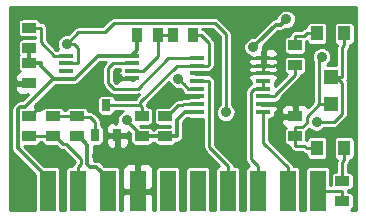
<source format=gtl>
%FSLAX46Y46*%
G04 Gerber Fmt 4.6, Leading zero omitted, Abs format (unit mm)*
G04 Created by KiCad (PCBNEW (2014-09-02 BZR 5112)-product) date 2015-01-28 2:30:08 PM*
%MOMM*%
G01*
G04 APERTURE LIST*
%ADD10C,0.150000*%
%ADD11R,0.701040X1.000760*%
%ADD12R,1.300480X0.299720*%
%ADD13R,1.270000X0.381000*%
%ADD14R,1.143000X0.812800*%
%ADD15R,0.812800X1.143000*%
%ADD16R,1.000000X1.250000*%
%ADD17R,1.200000X1.250000*%
%ADD18R,1.350000X3.500000*%
%ADD19C,0.889000*%
%ADD20C,0.304800*%
%ADD21C,0.254000*%
G04 APERTURE END LIST*
D10*
D11*
X106500000Y-85230000D03*
X107452500Y-87770000D03*
X105547500Y-87770000D03*
D12*
X108694000Y-82955400D03*
X108694000Y-82320400D03*
X108694000Y-81660000D03*
X108694000Y-81025000D03*
X103106000Y-81025000D03*
X103106000Y-81672700D03*
X103106000Y-82320400D03*
X103106000Y-82968100D03*
D13*
X119799080Y-85775840D03*
X119799080Y-85125600D03*
X119799080Y-84475360D03*
X119799080Y-83825120D03*
X119799080Y-83174880D03*
X119799080Y-82524640D03*
X119799080Y-81874400D03*
X119799080Y-81224160D03*
X114200920Y-81224160D03*
X114200920Y-81874400D03*
X114200920Y-82524640D03*
X114200920Y-83174880D03*
X114200920Y-83825120D03*
X114200920Y-84475360D03*
X114200920Y-85125600D03*
X114200920Y-85775840D03*
D14*
X104000000Y-86149100D03*
X104000000Y-87850900D03*
D15*
X113850900Y-79250000D03*
X112149100Y-79250000D03*
X109149100Y-79250000D03*
X110850900Y-79250000D03*
D14*
X100000000Y-78649100D03*
X100000000Y-80350900D03*
X100000000Y-81649100D03*
X100000000Y-83350900D03*
X126500000Y-93350900D03*
X126500000Y-91649100D03*
X122500000Y-86149100D03*
X122500000Y-87850900D03*
X100000000Y-87850900D03*
X100000000Y-86149100D03*
X102000000Y-86149100D03*
X102000000Y-87850900D03*
X109500000Y-86149100D03*
X109500000Y-87850900D03*
X122500000Y-81850900D03*
X122500000Y-80149100D03*
X111500000Y-87850900D03*
X111500000Y-86149100D03*
D16*
X126650000Y-88850000D03*
X124350000Y-88850000D03*
D17*
X125500000Y-85150000D03*
D16*
X124350000Y-79150000D03*
X126650000Y-79150000D03*
D17*
X125500000Y-82850000D03*
D18*
X101570000Y-92500000D03*
X104110000Y-92500000D03*
X106650000Y-92500000D03*
X109190000Y-92500000D03*
X111730000Y-92500000D03*
X114270000Y-92500000D03*
X116810000Y-92500000D03*
X119350000Y-92500000D03*
X121890000Y-92500000D03*
X124430000Y-92500000D03*
D19*
X108230000Y-86500000D03*
X118950000Y-80300000D03*
X121750000Y-77950000D03*
X102500019Y-89828821D03*
X100798179Y-89443963D03*
X117629871Y-80260839D03*
X123693190Y-83087220D03*
X115336926Y-90063074D03*
X105759831Y-89500000D03*
X107829852Y-90202066D03*
X117796572Y-83394489D03*
X112600000Y-84400000D03*
X100807434Y-85357434D03*
X105838470Y-82958986D03*
X107489472Y-82895330D03*
X100807434Y-85357434D03*
X112612600Y-82995400D03*
X124313900Y-86652500D03*
X124742200Y-81132500D03*
X103150000Y-80050000D03*
X116628800Y-85837900D03*
D20*
X109149100Y-79250000D02*
X109149100Y-80569900D01*
X109149100Y-80569900D02*
X108694000Y-81025000D01*
X99231300Y-85335900D02*
X99021700Y-85545500D01*
X101993400Y-82968100D02*
X99625600Y-85335900D01*
X99021700Y-85545500D02*
X99021700Y-88876700D01*
X101570000Y-91425000D02*
X101570000Y-92500000D01*
X99021700Y-88876700D02*
X101570000Y-91425000D01*
X99625600Y-85335900D02*
X99231300Y-85335900D01*
X102049100Y-82968100D02*
X101993400Y-82968100D01*
X103837547Y-82968100D02*
X103106000Y-82968100D01*
X108694000Y-81025000D02*
X105780647Y-81025000D01*
X105780647Y-81025000D02*
X103837547Y-82968100D01*
X108230000Y-86580900D02*
X109500000Y-87850900D01*
X108230000Y-86500000D02*
X108230000Y-86580900D01*
X109500000Y-87850900D02*
X111500000Y-87850900D01*
X112478200Y-86456800D02*
X113159200Y-85775800D01*
X112478200Y-87850900D02*
X112478200Y-86456800D01*
X111500000Y-87850900D02*
X112478200Y-87850900D01*
X114200900Y-85775800D02*
X113159200Y-85775800D01*
X103106000Y-82968100D02*
X102049100Y-82968100D01*
X100000000Y-80350900D02*
X100000000Y-81649100D01*
X100978200Y-81897200D02*
X102049100Y-82968100D01*
X100978200Y-81649100D02*
X100978200Y-81897200D01*
X100000000Y-81649100D02*
X100978200Y-81649100D01*
X119394499Y-79855501D02*
X118950000Y-80300000D01*
X120855501Y-78394499D02*
X119394499Y-79855501D01*
X121305501Y-78394499D02*
X120855501Y-78394499D01*
X121750000Y-77950000D02*
X121305501Y-78394499D01*
X105135866Y-90445200D02*
X104908911Y-90218245D01*
X104165100Y-87850900D02*
X104000000Y-87850900D01*
X106650000Y-91425000D02*
X105670200Y-90445200D01*
X105670200Y-90445200D02*
X105135866Y-90445200D01*
X104908911Y-88594711D02*
X104165100Y-87850900D01*
X106650000Y-92500000D02*
X106650000Y-91425000D01*
X104908911Y-90218245D02*
X104908911Y-88594711D01*
D21*
X126436800Y-92500000D02*
X126500000Y-92563200D01*
X124430000Y-92500000D02*
X126436800Y-92500000D01*
X126500000Y-93350900D02*
X126500000Y-92563200D01*
X121890000Y-92500000D02*
X121890000Y-90496000D01*
X121890000Y-90496000D02*
X119799080Y-88405080D01*
X119799080Y-86220340D02*
X119799080Y-85775840D01*
X119799080Y-88405080D02*
X119799080Y-86220340D01*
X102165100Y-87850900D02*
X102000000Y-87850900D01*
X102825500Y-88511300D02*
X102165100Y-87850900D01*
X104375501Y-90230499D02*
X104375501Y-89803759D01*
X104110000Y-90496000D02*
X104375501Y-90230499D01*
X103083042Y-88511300D02*
X102825500Y-88511300D01*
X104110000Y-92500000D02*
X104110000Y-90496000D01*
X104375501Y-89803759D02*
X103083042Y-88511300D01*
X100000000Y-87850900D02*
X102000000Y-87850900D01*
X100798179Y-89443963D02*
X102115161Y-89443963D01*
X102115161Y-89443963D02*
X102500019Y-89828821D01*
X119799080Y-82524640D02*
X118666421Y-82524640D01*
X118666421Y-82524640D02*
X117796572Y-83394489D01*
X119799080Y-81224160D02*
X118593192Y-81224160D01*
X118593192Y-81224160D02*
X117629871Y-80260839D01*
X118325600Y-81874400D02*
X117796572Y-82403428D01*
X117796572Y-82403428D02*
X117796572Y-83394489D01*
X119799080Y-81874400D02*
X118325600Y-81874400D01*
X119799080Y-81224160D02*
X119799080Y-80779660D01*
X119799080Y-80779660D02*
X119850000Y-80728740D01*
X119850000Y-80728740D02*
X119850000Y-80415000D01*
X110600000Y-92019000D02*
X110600000Y-90519198D01*
X111056124Y-90063074D02*
X115336926Y-90063074D01*
X110600000Y-90519198D02*
X111056124Y-90063074D01*
X110119000Y-92500000D02*
X110600000Y-92019000D01*
X106204330Y-89944499D02*
X105759831Y-89500000D01*
X106461897Y-90202066D02*
X106204330Y-89944499D01*
X107829852Y-90202066D02*
X106461897Y-90202066D01*
X109190000Y-92500000D02*
X110119000Y-92500000D01*
X110119000Y-92500000D02*
X110169000Y-92450000D01*
X120712720Y-82500000D02*
X121000000Y-82500000D01*
X119799080Y-82524640D02*
X120688080Y-82524640D01*
X120688080Y-82524640D02*
X120712720Y-82500000D01*
X120712480Y-81850000D02*
X120950000Y-81850000D01*
X119799080Y-81874400D02*
X120688080Y-81874400D01*
X120688080Y-81874400D02*
X120712480Y-81850000D01*
X119799080Y-81224160D02*
X120688080Y-81224160D01*
X120688080Y-81224160D02*
X120712240Y-81200000D01*
X119799080Y-82524640D02*
X119799080Y-81874400D01*
X112675360Y-84475360D02*
X112600000Y-84400000D01*
X114200920Y-84475360D02*
X112675360Y-84475360D01*
X105838470Y-82958986D02*
X105393971Y-83403485D01*
X105393971Y-83403485D02*
X104156517Y-83403485D01*
X104156517Y-83403485D02*
X102202568Y-85357434D01*
X102202568Y-85357434D02*
X101436051Y-85357434D01*
X101436051Y-85357434D02*
X100807434Y-85357434D01*
X108694000Y-82955400D02*
X107549542Y-82955400D01*
X107549542Y-82955400D02*
X107489472Y-82895330D01*
X109190000Y-92500000D02*
X109190000Y-91425000D01*
X100000000Y-86149100D02*
X100015768Y-86149100D01*
X100015768Y-86149100D02*
X100807434Y-85357434D01*
X104000000Y-86149100D02*
X102000000Y-86149100D01*
X105548000Y-87770000D02*
X105548000Y-87919900D01*
X104050900Y-86200000D02*
X104000000Y-86149100D01*
X105130000Y-86200000D02*
X104050900Y-86200000D01*
X105547500Y-86617500D02*
X105130000Y-86200000D01*
X105547500Y-87770000D02*
X105547500Y-86617500D01*
X113057099Y-83439899D02*
X112612600Y-82995400D01*
X113442300Y-83825100D02*
X113057099Y-83439899D01*
X114200900Y-83825100D02*
X113442300Y-83825100D01*
X123257300Y-79361400D02*
X122500000Y-79361400D01*
X123468700Y-79150000D02*
X123257300Y-79361400D01*
X124350000Y-79150000D02*
X123468700Y-79150000D01*
X122500000Y-80149100D02*
X122500000Y-79361400D01*
X126500000Y-90006300D02*
X126500000Y-91649100D01*
X126650000Y-89856300D02*
X126500000Y-90006300D01*
X126650000Y-88850000D02*
X126650000Y-89856300D01*
X120815400Y-84323200D02*
X120815400Y-84475400D01*
X122500000Y-82638600D02*
X120815400Y-84323200D01*
X119799100Y-84475400D02*
X120815400Y-84475400D01*
X122500000Y-81850900D02*
X122500000Y-82638600D01*
X126481300Y-80325000D02*
X126650000Y-80156300D01*
X126481300Y-82850000D02*
X126481300Y-80325000D01*
X126650000Y-79150000D02*
X126650000Y-80156300D01*
X125500000Y-82850000D02*
X125990700Y-82850000D01*
X125990700Y-82850000D02*
X126481300Y-82850000D01*
X125776400Y-86652500D02*
X124313900Y-86652500D01*
X126481400Y-85947500D02*
X125776400Y-86652500D01*
X126481400Y-83340700D02*
X126481400Y-85947500D01*
X125990700Y-82850000D02*
X126481400Y-83340700D01*
X122500000Y-87850900D02*
X122500000Y-87063200D01*
X123257300Y-88638600D02*
X122500000Y-88638600D01*
X123468700Y-88850000D02*
X123257300Y-88638600D01*
X124350000Y-88850000D02*
X123468700Y-88850000D01*
X122500000Y-87850900D02*
X122500000Y-88638600D01*
X125500000Y-85150000D02*
X124645800Y-85150000D01*
X124645800Y-85150000D02*
X124518700Y-85150000D01*
X124518700Y-81356000D02*
X124742200Y-81132500D01*
X124518700Y-85150000D02*
X124518700Y-81356000D01*
X123117100Y-87063200D02*
X122500000Y-87063200D01*
X123488100Y-86692200D02*
X123117100Y-87063200D01*
X123488100Y-86180600D02*
X123488100Y-86692200D01*
X124518700Y-85150000D02*
X123488100Y-86180600D01*
X103150000Y-80050000D02*
X104137500Y-79062500D01*
X104137500Y-79062500D02*
X106387500Y-79062500D01*
X115701400Y-78250000D02*
X116628800Y-79177400D01*
X106387500Y-79062500D02*
X107200000Y-78250000D01*
X107200000Y-78250000D02*
X115701400Y-78250000D01*
X116628800Y-79177400D02*
X116628800Y-85837900D01*
X104137500Y-81672700D02*
X104137500Y-80408883D01*
X104137500Y-80408883D02*
X103778617Y-80050000D01*
X103778617Y-80050000D02*
X103150000Y-80050000D01*
X103106000Y-81672700D02*
X104137500Y-81672700D01*
X107789760Y-81660000D02*
X108694000Y-81660000D01*
X107118258Y-81660000D02*
X107789760Y-81660000D01*
X106663971Y-82114287D02*
X107118258Y-81660000D01*
X107134245Y-83825501D02*
X106663971Y-83355227D01*
X109163199Y-83825501D02*
X107134245Y-83825501D01*
X111764500Y-81224200D02*
X109163199Y-83825501D01*
X114200900Y-81224200D02*
X111764500Y-81224200D01*
X106663971Y-83355227D02*
X106663971Y-82114287D01*
X113850900Y-79250000D02*
X114511300Y-79250000D01*
X114511300Y-79250000D02*
X115216921Y-79955621D01*
X115216921Y-79955621D02*
X115216921Y-81747399D01*
X115216921Y-81747399D02*
X115089920Y-81874400D01*
X115089920Y-81874400D02*
X114200920Y-81874400D01*
X109500000Y-86149100D02*
X109500000Y-85361400D01*
X106500000Y-85230000D02*
X109368600Y-85230000D01*
X109368600Y-85230000D02*
X109500000Y-85361400D01*
X112461800Y-81874400D02*
X114200900Y-81874400D01*
X109368600Y-84967600D02*
X112461800Y-81874400D01*
X109368600Y-85230000D02*
X109368600Y-84967600D01*
X100952800Y-79903300D02*
X102074500Y-81025000D01*
X100952800Y-78649100D02*
X100952800Y-79903300D01*
X100000000Y-78649100D02*
X100952800Y-78649100D01*
X103106000Y-81025000D02*
X102074500Y-81025000D01*
X110850900Y-79250000D02*
X110850900Y-81067740D01*
X110850900Y-81067740D02*
X109598240Y-82320400D01*
X109598240Y-82320400D02*
X108694000Y-82320400D01*
X110850900Y-79250000D02*
X112149100Y-79250000D01*
X112581551Y-85232649D02*
X112959002Y-85232649D01*
X113066051Y-85125600D02*
X114200900Y-85125600D01*
X111665100Y-86149100D02*
X112581551Y-85232649D01*
X112959002Y-85232649D02*
X113066051Y-85125600D01*
X111500000Y-86149100D02*
X111665100Y-86149100D01*
X119799080Y-83174880D02*
X119799080Y-83825120D01*
X119350000Y-92500000D02*
X119350000Y-90368700D01*
X118782700Y-84069000D02*
X119026600Y-83825100D01*
X118782700Y-89801400D02*
X118782700Y-84069000D01*
X119350000Y-90368700D02*
X118782700Y-89801400D01*
X119026600Y-83825100D02*
X119799100Y-83825100D01*
X115217200Y-88775900D02*
X115217200Y-83174900D01*
X116810000Y-90368700D02*
X115217200Y-88775900D01*
X116810000Y-92500000D02*
X116810000Y-90368700D01*
X114200900Y-83174900D02*
X115217200Y-83174900D01*
G36*
X100147000Y-86276100D02*
X100127000Y-86276100D01*
X100127000Y-86296100D01*
X99873000Y-86296100D01*
X99873000Y-86276100D01*
X99853000Y-86276100D01*
X99853000Y-86022100D01*
X99873000Y-86022100D01*
X99873000Y-86002100D01*
X100127000Y-86002100D01*
X100127000Y-86022100D01*
X100147000Y-86022100D01*
X100147000Y-86276100D01*
X100147000Y-86276100D01*
G37*
X100147000Y-86276100D02*
X100127000Y-86276100D01*
X100127000Y-86296100D01*
X99873000Y-86296100D01*
X99873000Y-86276100D01*
X99853000Y-86276100D01*
X99853000Y-86022100D01*
X99873000Y-86022100D01*
X99873000Y-86002100D01*
X100127000Y-86002100D01*
X100127000Y-86022100D01*
X100147000Y-86022100D01*
X100147000Y-86276100D01*
G36*
X103867501Y-90020079D02*
X103750790Y-90136790D01*
X103640669Y-90301597D01*
X103628746Y-90361536D01*
X103435000Y-90361536D01*
X103289726Y-90389722D01*
X103162044Y-90473596D01*
X103076574Y-90600216D01*
X103046536Y-90750000D01*
X103046536Y-94119800D01*
X102633464Y-94119800D01*
X102633464Y-90750000D01*
X102605278Y-90604726D01*
X102521404Y-90477044D01*
X102394784Y-90391574D01*
X102245000Y-90361536D01*
X101260877Y-90361536D01*
X99555100Y-88655758D01*
X99555100Y-88645764D01*
X100571500Y-88645764D01*
X100716774Y-88617578D01*
X100844456Y-88533704D01*
X100929926Y-88407084D01*
X100939588Y-88358900D01*
X101059748Y-88358900D01*
X101068222Y-88402574D01*
X101152096Y-88530256D01*
X101278716Y-88615726D01*
X101428500Y-88645764D01*
X102241543Y-88645764D01*
X102466290Y-88870511D01*
X102631097Y-88980631D01*
X102825500Y-89019300D01*
X102872622Y-89019300D01*
X103867501Y-90014179D01*
X103867501Y-90020079D01*
X103867501Y-90020079D01*
G37*
X103867501Y-90020079D02*
X103750790Y-90136790D01*
X103640669Y-90301597D01*
X103628746Y-90361536D01*
X103435000Y-90361536D01*
X103289726Y-90389722D01*
X103162044Y-90473596D01*
X103076574Y-90600216D01*
X103046536Y-90750000D01*
X103046536Y-94119800D01*
X102633464Y-94119800D01*
X102633464Y-90750000D01*
X102605278Y-90604726D01*
X102521404Y-90477044D01*
X102394784Y-90391574D01*
X102245000Y-90361536D01*
X101260877Y-90361536D01*
X99555100Y-88655758D01*
X99555100Y-88645764D01*
X100571500Y-88645764D01*
X100716774Y-88617578D01*
X100844456Y-88533704D01*
X100929926Y-88407084D01*
X100939588Y-88358900D01*
X101059748Y-88358900D01*
X101068222Y-88402574D01*
X101152096Y-88530256D01*
X101278716Y-88615726D01*
X101428500Y-88645764D01*
X102241543Y-88645764D01*
X102466290Y-88870511D01*
X102631097Y-88980631D01*
X102825500Y-89019300D01*
X102872622Y-89019300D01*
X103867501Y-90014179D01*
X103867501Y-90020079D01*
G36*
X108841000Y-83030330D02*
X108821000Y-83030330D01*
X108821000Y-83102400D01*
X108567000Y-83102400D01*
X108567000Y-83030330D01*
X107567510Y-83030330D01*
X107408760Y-83189080D01*
X107408760Y-83231569D01*
X107444354Y-83317501D01*
X107344664Y-83317501D01*
X107171971Y-83144807D01*
X107171971Y-82324707D01*
X107328678Y-82168000D01*
X107655805Y-82168000D01*
X107655296Y-82170540D01*
X107655296Y-82295978D01*
X107505433Y-82445842D01*
X107408760Y-82679231D01*
X107408760Y-82721720D01*
X107567510Y-82880470D01*
X108567000Y-82880470D01*
X108567000Y-82858724D01*
X108821000Y-82858724D01*
X108821000Y-82880470D01*
X108841000Y-82880470D01*
X108841000Y-83030330D01*
X108841000Y-83030330D01*
G37*
X108841000Y-83030330D02*
X108821000Y-83030330D01*
X108821000Y-83102400D01*
X108567000Y-83102400D01*
X108567000Y-83030330D01*
X107567510Y-83030330D01*
X107408760Y-83189080D01*
X107408760Y-83231569D01*
X107444354Y-83317501D01*
X107344664Y-83317501D01*
X107171971Y-83144807D01*
X107171971Y-82324707D01*
X107328678Y-82168000D01*
X107655805Y-82168000D01*
X107655296Y-82170540D01*
X107655296Y-82295978D01*
X107505433Y-82445842D01*
X107408760Y-82679231D01*
X107408760Y-82721720D01*
X107567510Y-82880470D01*
X108567000Y-82880470D01*
X108567000Y-82858724D01*
X108821000Y-82858724D01*
X108821000Y-82880470D01*
X108841000Y-82880470D01*
X108841000Y-83030330D01*
G36*
X114347920Y-84546636D02*
X113565920Y-84546636D01*
X113442355Y-84570610D01*
X113089670Y-84570610D01*
X113036876Y-84623403D01*
X112871647Y-84656269D01*
X112769310Y-84724649D01*
X112581551Y-84724649D01*
X112419400Y-84756902D01*
X112387147Y-84763318D01*
X112222340Y-84873439D01*
X111741543Y-85354236D01*
X110928500Y-85354236D01*
X110783226Y-85382422D01*
X110655544Y-85466296D01*
X110570074Y-85592916D01*
X110540036Y-85742700D01*
X110540036Y-86555500D01*
X110568222Y-86700774D01*
X110652096Y-86828456D01*
X110778716Y-86913926D01*
X110928500Y-86943964D01*
X111944800Y-86943964D01*
X111944800Y-87056036D01*
X110928500Y-87056036D01*
X110783226Y-87084222D01*
X110655544Y-87168096D01*
X110570074Y-87294716D01*
X110565504Y-87317500D01*
X110435323Y-87317500D01*
X110431778Y-87299226D01*
X110347904Y-87171544D01*
X110221284Y-87086074D01*
X110071500Y-87056036D01*
X109459478Y-87056036D01*
X109347406Y-86943964D01*
X110071500Y-86943964D01*
X110216774Y-86915778D01*
X110344456Y-86831904D01*
X110429926Y-86705284D01*
X110459964Y-86555500D01*
X110459964Y-85742700D01*
X110431778Y-85597426D01*
X110347904Y-85469744D01*
X110221284Y-85384274D01*
X110071500Y-85354236D01*
X110006574Y-85354236D01*
X109969331Y-85166997D01*
X109936603Y-85118016D01*
X111818762Y-83235857D01*
X111912367Y-83462398D01*
X112144381Y-83694817D01*
X112447677Y-83820757D01*
X112719773Y-83820993D01*
X112967944Y-84069165D01*
X112930920Y-84158551D01*
X112930920Y-84221360D01*
X113089670Y-84380110D01*
X113446374Y-84380110D01*
X113565920Y-84404084D01*
X114347920Y-84404084D01*
X114347920Y-84546636D01*
X114347920Y-84546636D01*
G37*
X114347920Y-84546636D02*
X113565920Y-84546636D01*
X113442355Y-84570610D01*
X113089670Y-84570610D01*
X113036876Y-84623403D01*
X112871647Y-84656269D01*
X112769310Y-84724649D01*
X112581551Y-84724649D01*
X112419400Y-84756902D01*
X112387147Y-84763318D01*
X112222340Y-84873439D01*
X111741543Y-85354236D01*
X110928500Y-85354236D01*
X110783226Y-85382422D01*
X110655544Y-85466296D01*
X110570074Y-85592916D01*
X110540036Y-85742700D01*
X110540036Y-86555500D01*
X110568222Y-86700774D01*
X110652096Y-86828456D01*
X110778716Y-86913926D01*
X110928500Y-86943964D01*
X111944800Y-86943964D01*
X111944800Y-87056036D01*
X110928500Y-87056036D01*
X110783226Y-87084222D01*
X110655544Y-87168096D01*
X110570074Y-87294716D01*
X110565504Y-87317500D01*
X110435323Y-87317500D01*
X110431778Y-87299226D01*
X110347904Y-87171544D01*
X110221284Y-87086074D01*
X110071500Y-87056036D01*
X109459478Y-87056036D01*
X109347406Y-86943964D01*
X110071500Y-86943964D01*
X110216774Y-86915778D01*
X110344456Y-86831904D01*
X110429926Y-86705284D01*
X110459964Y-86555500D01*
X110459964Y-85742700D01*
X110431778Y-85597426D01*
X110347904Y-85469744D01*
X110221284Y-85384274D01*
X110071500Y-85354236D01*
X110006574Y-85354236D01*
X109969331Y-85166997D01*
X109936603Y-85118016D01*
X111818762Y-83235857D01*
X111912367Y-83462398D01*
X112144381Y-83694817D01*
X112447677Y-83820757D01*
X112719773Y-83820993D01*
X112967944Y-84069165D01*
X112930920Y-84158551D01*
X112930920Y-84221360D01*
X113089670Y-84380110D01*
X113446374Y-84380110D01*
X113565920Y-84404084D01*
X114347920Y-84404084D01*
X114347920Y-84546636D01*
G36*
X116092634Y-90369755D02*
X115989726Y-90389722D01*
X115862044Y-90473596D01*
X115776574Y-90600216D01*
X115746536Y-90750000D01*
X115746536Y-94119800D01*
X115333464Y-94119800D01*
X115333464Y-90750000D01*
X115305278Y-90604726D01*
X115221404Y-90477044D01*
X115094784Y-90391574D01*
X114945000Y-90361536D01*
X113595000Y-90361536D01*
X113449726Y-90389722D01*
X113322044Y-90473596D01*
X113236574Y-90600216D01*
X113206536Y-90750000D01*
X113206536Y-94119800D01*
X112793464Y-94119800D01*
X112793464Y-90750000D01*
X112765278Y-90604726D01*
X112681404Y-90477044D01*
X112554784Y-90391574D01*
X112405000Y-90361536D01*
X111055000Y-90361536D01*
X110909726Y-90389722D01*
X110782044Y-90473596D01*
X110696574Y-90600216D01*
X110666536Y-90750000D01*
X110666536Y-94119800D01*
X110500000Y-94119800D01*
X110500000Y-92785750D01*
X110500000Y-92214250D01*
X110500000Y-90876309D01*
X110500000Y-90623690D01*
X110403327Y-90390301D01*
X110224698Y-90211673D01*
X109991309Y-90115000D01*
X109475750Y-90115000D01*
X109317000Y-90273750D01*
X109317000Y-92373000D01*
X110341250Y-92373000D01*
X110500000Y-92214250D01*
X110500000Y-92785750D01*
X110341250Y-92627000D01*
X109317000Y-92627000D01*
X109317000Y-92647000D01*
X109063000Y-92647000D01*
X109063000Y-92627000D01*
X109063000Y-92373000D01*
X109063000Y-90273750D01*
X108904250Y-90115000D01*
X108438020Y-90115000D01*
X108438020Y-88396690D01*
X108438020Y-88144071D01*
X108438020Y-88055750D01*
X108279270Y-87897000D01*
X107579500Y-87897000D01*
X107579500Y-88746630D01*
X107738250Y-88905380D01*
X107929329Y-88905380D01*
X108162718Y-88808707D01*
X108341347Y-88630079D01*
X108438020Y-88396690D01*
X108438020Y-90115000D01*
X108388691Y-90115000D01*
X108155302Y-90211673D01*
X107976673Y-90390301D01*
X107880000Y-90623690D01*
X107880000Y-90876309D01*
X107880000Y-92214250D01*
X108038750Y-92373000D01*
X109063000Y-92373000D01*
X109063000Y-92627000D01*
X108038750Y-92627000D01*
X107880000Y-92785750D01*
X107880000Y-94119800D01*
X107713464Y-94119800D01*
X107713464Y-90750000D01*
X107685278Y-90604726D01*
X107601404Y-90477044D01*
X107474784Y-90391574D01*
X107325500Y-90361636D01*
X107325500Y-88746630D01*
X107325500Y-87897000D01*
X106625730Y-87897000D01*
X106466980Y-88055750D01*
X106466980Y-88144071D01*
X106466980Y-88396690D01*
X106563653Y-88630079D01*
X106742282Y-88808707D01*
X106975671Y-88905380D01*
X107166750Y-88905380D01*
X107325500Y-88746630D01*
X107325500Y-90361636D01*
X107325000Y-90361536D01*
X106340877Y-90361536D01*
X106047371Y-90068029D01*
X105874323Y-89952403D01*
X105670200Y-89911800D01*
X105442311Y-89911800D01*
X105442311Y-88658844D01*
X105898020Y-88658844D01*
X106043294Y-88630658D01*
X106170976Y-88546784D01*
X106256446Y-88420164D01*
X106286484Y-88270380D01*
X106286484Y-87269620D01*
X106258298Y-87124346D01*
X106174424Y-86996664D01*
X106055500Y-86916388D01*
X106055500Y-86617500D01*
X106016831Y-86423097D01*
X106016831Y-86423096D01*
X105906710Y-86258290D01*
X105489210Y-85840790D01*
X105324403Y-85730669D01*
X105130000Y-85692000D01*
X104950127Y-85692000D01*
X104931778Y-85597426D01*
X104847904Y-85469744D01*
X104721284Y-85384274D01*
X104571500Y-85354236D01*
X103428500Y-85354236D01*
X103283226Y-85382422D01*
X103155544Y-85466296D01*
X103070074Y-85592916D01*
X103060411Y-85641100D01*
X102940251Y-85641100D01*
X102931778Y-85597426D01*
X102847904Y-85469744D01*
X102721284Y-85384274D01*
X102571500Y-85354236D01*
X101428500Y-85354236D01*
X101283226Y-85382422D01*
X101155544Y-85466296D01*
X101148593Y-85476592D01*
X101109827Y-85383002D01*
X100931199Y-85204373D01*
X100697810Y-85107700D01*
X100608142Y-85107700D01*
X102214342Y-83501500D01*
X102431206Y-83501500D01*
X102455760Y-83506424D01*
X103756240Y-83506424D01*
X103781618Y-83501500D01*
X103837547Y-83501500D01*
X104041670Y-83460897D01*
X104214718Y-83345271D01*
X106001588Y-81558400D01*
X106501438Y-81558400D01*
X106304761Y-81755077D01*
X106194640Y-81919884D01*
X106155971Y-82114287D01*
X106155971Y-83355227D01*
X106194640Y-83549630D01*
X106304761Y-83714437D01*
X106775035Y-84184711D01*
X106939842Y-84294832D01*
X107134245Y-84333501D01*
X109163199Y-84333501D01*
X109314343Y-84303436D01*
X109009390Y-84608390D01*
X108933477Y-84722000D01*
X107237505Y-84722000D01*
X107210798Y-84584346D01*
X107126924Y-84456664D01*
X107000304Y-84371194D01*
X106850520Y-84341156D01*
X106149480Y-84341156D01*
X106004206Y-84369342D01*
X105876524Y-84453216D01*
X105791054Y-84579836D01*
X105761016Y-84729620D01*
X105761016Y-85730380D01*
X105789202Y-85875654D01*
X105873076Y-86003336D01*
X105999696Y-86088806D01*
X106149480Y-86118844D01*
X106850520Y-86118844D01*
X106995794Y-86090658D01*
X107123476Y-86006784D01*
X107208946Y-85880164D01*
X107237455Y-85738000D01*
X107912489Y-85738000D01*
X107763002Y-85799767D01*
X107530583Y-86031781D01*
X107404643Y-86335077D01*
X107404382Y-86634620D01*
X107325498Y-86634620D01*
X107325498Y-86793368D01*
X107166750Y-86634620D01*
X106975671Y-86634620D01*
X106742282Y-86731293D01*
X106563653Y-86909921D01*
X106466980Y-87143310D01*
X106466980Y-87395929D01*
X106466980Y-87484250D01*
X106625730Y-87643000D01*
X107325500Y-87643000D01*
X107325500Y-87623000D01*
X107579500Y-87623000D01*
X107579500Y-87643000D01*
X108279270Y-87643000D01*
X108408514Y-87513756D01*
X108540036Y-87645278D01*
X108540036Y-88257300D01*
X108568222Y-88402574D01*
X108652096Y-88530256D01*
X108778716Y-88615726D01*
X108928500Y-88645764D01*
X110071500Y-88645764D01*
X110216774Y-88617578D01*
X110344456Y-88533704D01*
X110429926Y-88407084D01*
X110434495Y-88384300D01*
X110564676Y-88384300D01*
X110568222Y-88402574D01*
X110652096Y-88530256D01*
X110778716Y-88615726D01*
X110928500Y-88645764D01*
X112071500Y-88645764D01*
X112216774Y-88617578D01*
X112344456Y-88533704D01*
X112429926Y-88407084D01*
X112434495Y-88384300D01*
X112478200Y-88384300D01*
X112682323Y-88343697D01*
X112855371Y-88228071D01*
X112970997Y-88055023D01*
X113011600Y-87850900D01*
X113011600Y-86677741D01*
X113380141Y-86309200D01*
X113393075Y-86309200D01*
X113416136Y-86324766D01*
X113565920Y-86354804D01*
X114709200Y-86354804D01*
X114709200Y-88775900D01*
X114747869Y-88970303D01*
X114857990Y-89135110D01*
X116092634Y-90369755D01*
X116092634Y-90369755D01*
G37*
X116092634Y-90369755D02*
X115989726Y-90389722D01*
X115862044Y-90473596D01*
X115776574Y-90600216D01*
X115746536Y-90750000D01*
X115746536Y-94119800D01*
X115333464Y-94119800D01*
X115333464Y-90750000D01*
X115305278Y-90604726D01*
X115221404Y-90477044D01*
X115094784Y-90391574D01*
X114945000Y-90361536D01*
X113595000Y-90361536D01*
X113449726Y-90389722D01*
X113322044Y-90473596D01*
X113236574Y-90600216D01*
X113206536Y-90750000D01*
X113206536Y-94119800D01*
X112793464Y-94119800D01*
X112793464Y-90750000D01*
X112765278Y-90604726D01*
X112681404Y-90477044D01*
X112554784Y-90391574D01*
X112405000Y-90361536D01*
X111055000Y-90361536D01*
X110909726Y-90389722D01*
X110782044Y-90473596D01*
X110696574Y-90600216D01*
X110666536Y-90750000D01*
X110666536Y-94119800D01*
X110500000Y-94119800D01*
X110500000Y-92785750D01*
X110500000Y-92214250D01*
X110500000Y-90876309D01*
X110500000Y-90623690D01*
X110403327Y-90390301D01*
X110224698Y-90211673D01*
X109991309Y-90115000D01*
X109475750Y-90115000D01*
X109317000Y-90273750D01*
X109317000Y-92373000D01*
X110341250Y-92373000D01*
X110500000Y-92214250D01*
X110500000Y-92785750D01*
X110341250Y-92627000D01*
X109317000Y-92627000D01*
X109317000Y-92647000D01*
X109063000Y-92647000D01*
X109063000Y-92627000D01*
X109063000Y-92373000D01*
X109063000Y-90273750D01*
X108904250Y-90115000D01*
X108438020Y-90115000D01*
X108438020Y-88396690D01*
X108438020Y-88144071D01*
X108438020Y-88055750D01*
X108279270Y-87897000D01*
X107579500Y-87897000D01*
X107579500Y-88746630D01*
X107738250Y-88905380D01*
X107929329Y-88905380D01*
X108162718Y-88808707D01*
X108341347Y-88630079D01*
X108438020Y-88396690D01*
X108438020Y-90115000D01*
X108388691Y-90115000D01*
X108155302Y-90211673D01*
X107976673Y-90390301D01*
X107880000Y-90623690D01*
X107880000Y-90876309D01*
X107880000Y-92214250D01*
X108038750Y-92373000D01*
X109063000Y-92373000D01*
X109063000Y-92627000D01*
X108038750Y-92627000D01*
X107880000Y-92785750D01*
X107880000Y-94119800D01*
X107713464Y-94119800D01*
X107713464Y-90750000D01*
X107685278Y-90604726D01*
X107601404Y-90477044D01*
X107474784Y-90391574D01*
X107325500Y-90361636D01*
X107325500Y-88746630D01*
X107325500Y-87897000D01*
X106625730Y-87897000D01*
X106466980Y-88055750D01*
X106466980Y-88144071D01*
X106466980Y-88396690D01*
X106563653Y-88630079D01*
X106742282Y-88808707D01*
X106975671Y-88905380D01*
X107166750Y-88905380D01*
X107325500Y-88746630D01*
X107325500Y-90361636D01*
X107325000Y-90361536D01*
X106340877Y-90361536D01*
X106047371Y-90068029D01*
X105874323Y-89952403D01*
X105670200Y-89911800D01*
X105442311Y-89911800D01*
X105442311Y-88658844D01*
X105898020Y-88658844D01*
X106043294Y-88630658D01*
X106170976Y-88546784D01*
X106256446Y-88420164D01*
X106286484Y-88270380D01*
X106286484Y-87269620D01*
X106258298Y-87124346D01*
X106174424Y-86996664D01*
X106055500Y-86916388D01*
X106055500Y-86617500D01*
X106016831Y-86423097D01*
X106016831Y-86423096D01*
X105906710Y-86258290D01*
X105489210Y-85840790D01*
X105324403Y-85730669D01*
X105130000Y-85692000D01*
X104950127Y-85692000D01*
X104931778Y-85597426D01*
X104847904Y-85469744D01*
X104721284Y-85384274D01*
X104571500Y-85354236D01*
X103428500Y-85354236D01*
X103283226Y-85382422D01*
X103155544Y-85466296D01*
X103070074Y-85592916D01*
X103060411Y-85641100D01*
X102940251Y-85641100D01*
X102931778Y-85597426D01*
X102847904Y-85469744D01*
X102721284Y-85384274D01*
X102571500Y-85354236D01*
X101428500Y-85354236D01*
X101283226Y-85382422D01*
X101155544Y-85466296D01*
X101148593Y-85476592D01*
X101109827Y-85383002D01*
X100931199Y-85204373D01*
X100697810Y-85107700D01*
X100608142Y-85107700D01*
X102214342Y-83501500D01*
X102431206Y-83501500D01*
X102455760Y-83506424D01*
X103756240Y-83506424D01*
X103781618Y-83501500D01*
X103837547Y-83501500D01*
X104041670Y-83460897D01*
X104214718Y-83345271D01*
X106001588Y-81558400D01*
X106501438Y-81558400D01*
X106304761Y-81755077D01*
X106194640Y-81919884D01*
X106155971Y-82114287D01*
X106155971Y-83355227D01*
X106194640Y-83549630D01*
X106304761Y-83714437D01*
X106775035Y-84184711D01*
X106939842Y-84294832D01*
X107134245Y-84333501D01*
X109163199Y-84333501D01*
X109314343Y-84303436D01*
X109009390Y-84608390D01*
X108933477Y-84722000D01*
X107237505Y-84722000D01*
X107210798Y-84584346D01*
X107126924Y-84456664D01*
X107000304Y-84371194D01*
X106850520Y-84341156D01*
X106149480Y-84341156D01*
X106004206Y-84369342D01*
X105876524Y-84453216D01*
X105791054Y-84579836D01*
X105761016Y-84729620D01*
X105761016Y-85730380D01*
X105789202Y-85875654D01*
X105873076Y-86003336D01*
X105999696Y-86088806D01*
X106149480Y-86118844D01*
X106850520Y-86118844D01*
X106995794Y-86090658D01*
X107123476Y-86006784D01*
X107208946Y-85880164D01*
X107237455Y-85738000D01*
X107912489Y-85738000D01*
X107763002Y-85799767D01*
X107530583Y-86031781D01*
X107404643Y-86335077D01*
X107404382Y-86634620D01*
X107325498Y-86634620D01*
X107325498Y-86793368D01*
X107166750Y-86634620D01*
X106975671Y-86634620D01*
X106742282Y-86731293D01*
X106563653Y-86909921D01*
X106466980Y-87143310D01*
X106466980Y-87395929D01*
X106466980Y-87484250D01*
X106625730Y-87643000D01*
X107325500Y-87643000D01*
X107325500Y-87623000D01*
X107579500Y-87623000D01*
X107579500Y-87643000D01*
X108279270Y-87643000D01*
X108408514Y-87513756D01*
X108540036Y-87645278D01*
X108540036Y-88257300D01*
X108568222Y-88402574D01*
X108652096Y-88530256D01*
X108778716Y-88615726D01*
X108928500Y-88645764D01*
X110071500Y-88645764D01*
X110216774Y-88617578D01*
X110344456Y-88533704D01*
X110429926Y-88407084D01*
X110434495Y-88384300D01*
X110564676Y-88384300D01*
X110568222Y-88402574D01*
X110652096Y-88530256D01*
X110778716Y-88615726D01*
X110928500Y-88645764D01*
X112071500Y-88645764D01*
X112216774Y-88617578D01*
X112344456Y-88533704D01*
X112429926Y-88407084D01*
X112434495Y-88384300D01*
X112478200Y-88384300D01*
X112682323Y-88343697D01*
X112855371Y-88228071D01*
X112970997Y-88055023D01*
X113011600Y-87850900D01*
X113011600Y-86677741D01*
X113380141Y-86309200D01*
X113393075Y-86309200D01*
X113416136Y-86324766D01*
X113565920Y-86354804D01*
X114709200Y-86354804D01*
X114709200Y-88775900D01*
X114747869Y-88970303D01*
X114857990Y-89135110D01*
X116092634Y-90369755D01*
G36*
X127619800Y-94119800D02*
X127205321Y-94119800D01*
X127216774Y-94117578D01*
X127344456Y-94033704D01*
X127429926Y-93907084D01*
X127459964Y-93757300D01*
X127459964Y-92944500D01*
X127431778Y-92799226D01*
X127347904Y-92671544D01*
X127221284Y-92586074D01*
X127071500Y-92556036D01*
X127006574Y-92556036D01*
X126984282Y-92443964D01*
X127071500Y-92443964D01*
X127216774Y-92415778D01*
X127344456Y-92331904D01*
X127429926Y-92205284D01*
X127459964Y-92055500D01*
X127459964Y-91242700D01*
X127431778Y-91097426D01*
X127347904Y-90969744D01*
X127221284Y-90884274D01*
X127071500Y-90854236D01*
X127008000Y-90854236D01*
X127008000Y-90216720D01*
X127009210Y-90215510D01*
X127119331Y-90050703D01*
X127156838Y-89862137D01*
X127295274Y-89835278D01*
X127422956Y-89751404D01*
X127508426Y-89624784D01*
X127538464Y-89475000D01*
X127538464Y-88225000D01*
X127538464Y-79775000D01*
X127538464Y-78525000D01*
X127510278Y-78379726D01*
X127426404Y-78252044D01*
X127299784Y-78166574D01*
X127150000Y-78136536D01*
X126150000Y-78136536D01*
X126004726Y-78164722D01*
X125877044Y-78248596D01*
X125791574Y-78375216D01*
X125761536Y-78525000D01*
X125761536Y-79775000D01*
X125789722Y-79920274D01*
X125873596Y-80047956D01*
X126000216Y-80133426D01*
X126010977Y-80135584D01*
X125973300Y-80325000D01*
X125973300Y-81836536D01*
X125199994Y-81836536D01*
X125209198Y-81832733D01*
X125441617Y-81600719D01*
X125567557Y-81297423D01*
X125567843Y-80969018D01*
X125442433Y-80665502D01*
X125238464Y-80461176D01*
X125238464Y-79775000D01*
X125238464Y-78525000D01*
X125210278Y-78379726D01*
X125126404Y-78252044D01*
X124999784Y-78166574D01*
X124850000Y-78136536D01*
X123850000Y-78136536D01*
X123704726Y-78164722D01*
X123577044Y-78248596D01*
X123491574Y-78375216D01*
X123461536Y-78525000D01*
X123461536Y-78643425D01*
X123274297Y-78680669D01*
X123109490Y-78790790D01*
X123046880Y-78853400D01*
X122500000Y-78853400D01*
X122305597Y-78892069D01*
X122140790Y-79002190D01*
X122030669Y-79166997D01*
X121993425Y-79354236D01*
X121928500Y-79354236D01*
X121783226Y-79382422D01*
X121655544Y-79466296D01*
X121570074Y-79592916D01*
X121540036Y-79742700D01*
X121540036Y-80555500D01*
X121568222Y-80700774D01*
X121652096Y-80828456D01*
X121778716Y-80913926D01*
X121928500Y-80943964D01*
X123071500Y-80943964D01*
X123216774Y-80915778D01*
X123344456Y-80831904D01*
X123429926Y-80705284D01*
X123459964Y-80555500D01*
X123459964Y-79825211D01*
X123469979Y-79818518D01*
X123489722Y-79920274D01*
X123573596Y-80047956D01*
X123700216Y-80133426D01*
X123850000Y-80163464D01*
X124850000Y-80163464D01*
X124995274Y-80135278D01*
X125122956Y-80051404D01*
X125208426Y-79924784D01*
X125238464Y-79775000D01*
X125238464Y-80461176D01*
X125210419Y-80433083D01*
X124907123Y-80307143D01*
X124578718Y-80306857D01*
X124275202Y-80432267D01*
X124042783Y-80664281D01*
X123916843Y-80967577D01*
X123916557Y-81295982D01*
X124010700Y-81523825D01*
X124010700Y-84939579D01*
X123588552Y-85361727D01*
X123431199Y-85204373D01*
X123197810Y-85107700D01*
X122945191Y-85107700D01*
X122785750Y-85107700D01*
X122627000Y-85266450D01*
X122627000Y-86022100D01*
X122647000Y-86022100D01*
X122647000Y-86276100D01*
X122627000Y-86276100D01*
X122627000Y-86296100D01*
X122373000Y-86296100D01*
X122373000Y-86276100D01*
X122373000Y-86022100D01*
X122373000Y-85266450D01*
X122214250Y-85107700D01*
X122054809Y-85107700D01*
X121802190Y-85107700D01*
X121568801Y-85204373D01*
X121390173Y-85383002D01*
X121293500Y-85616391D01*
X121293500Y-85863350D01*
X121452250Y-86022100D01*
X122373000Y-86022100D01*
X122373000Y-86276100D01*
X121452250Y-86276100D01*
X121293500Y-86434850D01*
X121293500Y-86681809D01*
X121390173Y-86915198D01*
X121568801Y-87093827D01*
X121691337Y-87144583D01*
X121655544Y-87168096D01*
X121570074Y-87294716D01*
X121540036Y-87444500D01*
X121540036Y-88257300D01*
X121568222Y-88402574D01*
X121652096Y-88530256D01*
X121778716Y-88615726D01*
X121928500Y-88645764D01*
X121993425Y-88645764D01*
X122030669Y-88833003D01*
X122140790Y-88997810D01*
X122305597Y-89107931D01*
X122500000Y-89146600D01*
X123046880Y-89146600D01*
X123109490Y-89209210D01*
X123274297Y-89319331D01*
X123461536Y-89356574D01*
X123461536Y-89475000D01*
X123489722Y-89620274D01*
X123573596Y-89747956D01*
X123700216Y-89833426D01*
X123850000Y-89863464D01*
X124850000Y-89863464D01*
X124995274Y-89835278D01*
X125122956Y-89751404D01*
X125208426Y-89624784D01*
X125238464Y-89475000D01*
X125238464Y-88225000D01*
X125210278Y-88079726D01*
X125126404Y-87952044D01*
X124999784Y-87866574D01*
X124850000Y-87836536D01*
X123850000Y-87836536D01*
X123704726Y-87864722D01*
X123577044Y-87948596D01*
X123491574Y-88075216D01*
X123470229Y-88181648D01*
X123459964Y-88174788D01*
X123459964Y-87444500D01*
X123458045Y-87434613D01*
X123476310Y-87422410D01*
X123696372Y-87202347D01*
X123845681Y-87351917D01*
X124148977Y-87477857D01*
X124477382Y-87478143D01*
X124780898Y-87352733D01*
X124973466Y-87160500D01*
X125776400Y-87160500D01*
X125970803Y-87121831D01*
X126135610Y-87011710D01*
X126840610Y-86306710D01*
X126840611Y-86306710D01*
X126950731Y-86141903D01*
X126989400Y-85947500D01*
X126989400Y-83340700D01*
X126950731Y-83146297D01*
X126916639Y-83095275D01*
X126916639Y-83095274D01*
X126950631Y-83044403D01*
X126989300Y-82850000D01*
X126989300Y-80535420D01*
X127009210Y-80515510D01*
X127119331Y-80350703D01*
X127156838Y-80162137D01*
X127295274Y-80135278D01*
X127422956Y-80051404D01*
X127508426Y-79924784D01*
X127538464Y-79775000D01*
X127538464Y-88225000D01*
X127510278Y-88079726D01*
X127426404Y-87952044D01*
X127299784Y-87866574D01*
X127150000Y-87836536D01*
X126150000Y-87836536D01*
X126004726Y-87864722D01*
X125877044Y-87948596D01*
X125791574Y-88075216D01*
X125761536Y-88225000D01*
X125761536Y-89475000D01*
X125789722Y-89620274D01*
X125873596Y-89747956D01*
X126000216Y-89833426D01*
X126025382Y-89838472D01*
X125992000Y-90006300D01*
X125992000Y-90854236D01*
X125928500Y-90854236D01*
X125783226Y-90882422D01*
X125655544Y-90966296D01*
X125570074Y-91092916D01*
X125540036Y-91242700D01*
X125540036Y-91992000D01*
X125493464Y-91992000D01*
X125493464Y-90750000D01*
X125465278Y-90604726D01*
X125381404Y-90477044D01*
X125254784Y-90391574D01*
X125105000Y-90361536D01*
X123755000Y-90361536D01*
X123609726Y-90389722D01*
X123482044Y-90473596D01*
X123396574Y-90600216D01*
X123366536Y-90750000D01*
X123366536Y-94119800D01*
X122953464Y-94119800D01*
X122953464Y-90750000D01*
X122925278Y-90604726D01*
X122841404Y-90477044D01*
X122714784Y-90391574D01*
X122565000Y-90361536D01*
X122371253Y-90361536D01*
X122365746Y-90333849D01*
X122359331Y-90301597D01*
X122359331Y-90301596D01*
X122249210Y-90136790D01*
X122249210Y-90136789D01*
X120307080Y-88194659D01*
X120307080Y-86354804D01*
X120434080Y-86354804D01*
X120579354Y-86326618D01*
X120707036Y-86242744D01*
X120792506Y-86116124D01*
X120822544Y-85966340D01*
X120822544Y-85825661D01*
X120972407Y-85675798D01*
X121069080Y-85442409D01*
X121069080Y-85379600D01*
X120910330Y-85220850D01*
X120553625Y-85220850D01*
X120434080Y-85196876D01*
X119652080Y-85196876D01*
X119652080Y-85054324D01*
X120434080Y-85054324D01*
X120557644Y-85030350D01*
X120910330Y-85030350D01*
X120992509Y-84948170D01*
X121009803Y-84944731D01*
X121174610Y-84834610D01*
X121284731Y-84669803D01*
X121308943Y-84548076D01*
X122859210Y-82997810D01*
X122969331Y-82833004D01*
X122969331Y-82833003D01*
X123006574Y-82645764D01*
X123006575Y-82645764D01*
X123071500Y-82645764D01*
X123216774Y-82617578D01*
X123344456Y-82533704D01*
X123429926Y-82407084D01*
X123459964Y-82257300D01*
X123459964Y-81444500D01*
X123431778Y-81299226D01*
X123347904Y-81171544D01*
X123221284Y-81086074D01*
X123071500Y-81056036D01*
X121928500Y-81056036D01*
X121783226Y-81084222D01*
X121655544Y-81168096D01*
X121570074Y-81294716D01*
X121540036Y-81444500D01*
X121540036Y-82257300D01*
X121568222Y-82402574D01*
X121652096Y-82530256D01*
X121778716Y-82615726D01*
X121800154Y-82620025D01*
X120816534Y-83603645D01*
X120795993Y-83497774D01*
X120822544Y-83365380D01*
X120822544Y-83224701D01*
X120972407Y-83074838D01*
X121069080Y-82841449D01*
X121069080Y-82778640D01*
X120910330Y-82619890D01*
X120753551Y-82619890D01*
X120793779Y-82603227D01*
X120972407Y-82424598D01*
X121012913Y-82326806D01*
X121069080Y-82270640D01*
X121069080Y-82207831D01*
X121065637Y-82199520D01*
X121069080Y-82191209D01*
X121069080Y-82128400D01*
X121012913Y-82072233D01*
X120972407Y-81974442D01*
X120872365Y-81874400D01*
X120972407Y-81774358D01*
X121012913Y-81676566D01*
X121069080Y-81620400D01*
X121069080Y-81557591D01*
X121065637Y-81549280D01*
X121069080Y-81540969D01*
X121069080Y-81478160D01*
X121012913Y-81421993D01*
X120972407Y-81324202D01*
X120793779Y-81145573D01*
X120753551Y-81128910D01*
X120910330Y-81128910D01*
X121069080Y-80970160D01*
X121069080Y-80907351D01*
X120972407Y-80673962D01*
X120793779Y-80495333D01*
X120560390Y-80398660D01*
X120307771Y-80398660D01*
X120084830Y-80398660D01*
X119926080Y-80557410D01*
X119926080Y-81128910D01*
X120004820Y-81128910D01*
X119926080Y-81207650D01*
X119926080Y-81319410D01*
X119926080Y-81779150D01*
X119926080Y-81857890D01*
X119926080Y-81890910D01*
X119926080Y-81969650D01*
X119926080Y-82021400D01*
X119672080Y-82021400D01*
X119672080Y-81969650D01*
X119672080Y-81890910D01*
X119672080Y-81857890D01*
X119672080Y-81779150D01*
X119672080Y-81319410D01*
X119672080Y-81207650D01*
X119593340Y-81128910D01*
X119672080Y-81128910D01*
X119672080Y-80713640D01*
X119775357Y-80464923D01*
X119775562Y-80228779D01*
X121076443Y-78927899D01*
X121305501Y-78927899D01*
X121509624Y-78887296D01*
X121677034Y-78775437D01*
X121913482Y-78775643D01*
X122216998Y-78650233D01*
X122449417Y-78418219D01*
X122575357Y-78114923D01*
X122575643Y-77786518D01*
X122450233Y-77483002D01*
X122218219Y-77250583D01*
X121914923Y-77124643D01*
X121586518Y-77124357D01*
X121283002Y-77249767D01*
X121050583Y-77481781D01*
X120924643Y-77785077D01*
X120924576Y-77861099D01*
X120855501Y-77861099D01*
X120651378Y-77901702D01*
X120478330Y-78017328D01*
X119021096Y-79474561D01*
X118786518Y-79474357D01*
X118483002Y-79599767D01*
X118250583Y-79831781D01*
X118124643Y-80135077D01*
X118124357Y-80463482D01*
X118249767Y-80766998D01*
X118481781Y-80999417D01*
X118612699Y-81053779D01*
X118687830Y-81128910D01*
X118844608Y-81128910D01*
X118804381Y-81145573D01*
X118625753Y-81324202D01*
X118585246Y-81421993D01*
X118529080Y-81478160D01*
X118529080Y-81540969D01*
X118532522Y-81549280D01*
X118529080Y-81557591D01*
X118529080Y-81620400D01*
X118585246Y-81676566D01*
X118625753Y-81774358D01*
X118725794Y-81874400D01*
X118625753Y-81974442D01*
X118585246Y-82072233D01*
X118529080Y-82128400D01*
X118529080Y-82191209D01*
X118532522Y-82199520D01*
X118529080Y-82207831D01*
X118529080Y-82270640D01*
X118585246Y-82326806D01*
X118625753Y-82424598D01*
X118804381Y-82603227D01*
X118844608Y-82619890D01*
X118687830Y-82619890D01*
X118529080Y-82778640D01*
X118529080Y-82841449D01*
X118625753Y-83074838D01*
X118775616Y-83224701D01*
X118775616Y-83365380D01*
X118780458Y-83390339D01*
X118667390Y-83465890D01*
X118423490Y-83709790D01*
X118313369Y-83874597D01*
X118274700Y-84069000D01*
X118274700Y-89801400D01*
X118313369Y-89995803D01*
X118423490Y-90160610D01*
X118632635Y-90369755D01*
X118529726Y-90389722D01*
X118402044Y-90473596D01*
X118316574Y-90600216D01*
X118286536Y-90750000D01*
X118286536Y-94119800D01*
X117873464Y-94119800D01*
X117873464Y-90750000D01*
X117845278Y-90604726D01*
X117761404Y-90477044D01*
X117634784Y-90391574D01*
X117485000Y-90361536D01*
X117316574Y-90361536D01*
X117285746Y-90206549D01*
X117279331Y-90174297D01*
X117279331Y-90174296D01*
X117169210Y-90009490D01*
X117169210Y-90009489D01*
X115725200Y-88565479D01*
X115725200Y-83174900D01*
X115686531Y-82980497D01*
X115576410Y-82815690D01*
X115411603Y-82705569D01*
X115394433Y-82702153D01*
X115312170Y-82619890D01*
X114955465Y-82619890D01*
X114835920Y-82595916D01*
X114053920Y-82595916D01*
X114053920Y-82453364D01*
X114835920Y-82453364D01*
X114959484Y-82429390D01*
X115312170Y-82429390D01*
X115470920Y-82270640D01*
X115470920Y-82211820D01*
X115576131Y-82106609D01*
X115576132Y-82106609D01*
X115686252Y-81941802D01*
X115724921Y-81747399D01*
X115724921Y-79955621D01*
X115686252Y-79761218D01*
X115576131Y-79596411D01*
X114870510Y-78890790D01*
X114705703Y-78780669D01*
X114645764Y-78768746D01*
X114645764Y-78758000D01*
X115490980Y-78758000D01*
X116120800Y-79387820D01*
X116120800Y-85178597D01*
X115929383Y-85369681D01*
X115803443Y-85672977D01*
X115803157Y-86001382D01*
X115928567Y-86304898D01*
X116160581Y-86537317D01*
X116463877Y-86663257D01*
X116792282Y-86663543D01*
X117095798Y-86538133D01*
X117328217Y-86306119D01*
X117454157Y-86002823D01*
X117454443Y-85674418D01*
X117329033Y-85370902D01*
X117136800Y-85178333D01*
X117136800Y-79177400D01*
X117098131Y-78982997D01*
X116988010Y-78818190D01*
X116060610Y-77890790D01*
X115895803Y-77780669D01*
X115701400Y-77742000D01*
X107200000Y-77742000D01*
X107005597Y-77780669D01*
X106840790Y-77890789D01*
X106177079Y-78554500D01*
X104137500Y-78554500D01*
X103943097Y-78593169D01*
X103778290Y-78703290D01*
X103256987Y-79224592D01*
X102986518Y-79224357D01*
X102683002Y-79349767D01*
X102450583Y-79581781D01*
X102324643Y-79885077D01*
X102324357Y-80213482D01*
X102438612Y-80490002D01*
X102310486Y-80514862D01*
X102307231Y-80517000D01*
X102284920Y-80517000D01*
X101460800Y-79692880D01*
X101460800Y-78649100D01*
X101422131Y-78454697D01*
X101312010Y-78289890D01*
X101147203Y-78179769D01*
X100952800Y-78141100D01*
X100940251Y-78141100D01*
X100931778Y-78097426D01*
X100847904Y-77969744D01*
X100721284Y-77884274D01*
X100571500Y-77854236D01*
X99428500Y-77854236D01*
X99283226Y-77882422D01*
X99155544Y-77966296D01*
X99070074Y-78092916D01*
X99040036Y-78242700D01*
X99040036Y-79055500D01*
X99068222Y-79200774D01*
X99152096Y-79328456D01*
X99278716Y-79413926D01*
X99428500Y-79443964D01*
X100444800Y-79443964D01*
X100444800Y-79556036D01*
X99428500Y-79556036D01*
X99283226Y-79584222D01*
X99155544Y-79668096D01*
X99070074Y-79794716D01*
X99040036Y-79944500D01*
X99040036Y-80757300D01*
X99068222Y-80902574D01*
X99132503Y-81000429D01*
X99070074Y-81092916D01*
X99040036Y-81242700D01*
X99040036Y-82055500D01*
X99068222Y-82200774D01*
X99152096Y-82328456D01*
X99191771Y-82355237D01*
X99068801Y-82406173D01*
X98890173Y-82584802D01*
X98793500Y-82818191D01*
X98793500Y-83065150D01*
X98952250Y-83223900D01*
X99873000Y-83223900D01*
X99873000Y-83203900D01*
X100127000Y-83203900D01*
X100127000Y-83223900D01*
X100147000Y-83223900D01*
X100147000Y-83477900D01*
X100127000Y-83477900D01*
X100127000Y-83497900D01*
X99873000Y-83497900D01*
X99873000Y-83477900D01*
X98952250Y-83477900D01*
X98793500Y-83636650D01*
X98793500Y-83883609D01*
X98890173Y-84116998D01*
X99068801Y-84295627D01*
X99302190Y-84392300D01*
X99554809Y-84392300D01*
X99714250Y-84392300D01*
X99872998Y-84233552D01*
X99872998Y-84334160D01*
X99404658Y-84802500D01*
X99231300Y-84802500D01*
X99027177Y-84843103D01*
X98854129Y-84958729D01*
X98644529Y-85168329D01*
X98528903Y-85341377D01*
X98488300Y-85545500D01*
X98488300Y-88876700D01*
X98528903Y-89080823D01*
X98644529Y-89253871D01*
X100506536Y-91115877D01*
X100506536Y-94119800D01*
X98380200Y-94119800D01*
X98380200Y-76880200D01*
X127619800Y-76880200D01*
X127619800Y-94119800D01*
X127619800Y-94119800D01*
G37*
X127619800Y-94119800D02*
X127205321Y-94119800D01*
X127216774Y-94117578D01*
X127344456Y-94033704D01*
X127429926Y-93907084D01*
X127459964Y-93757300D01*
X127459964Y-92944500D01*
X127431778Y-92799226D01*
X127347904Y-92671544D01*
X127221284Y-92586074D01*
X127071500Y-92556036D01*
X127006574Y-92556036D01*
X126984282Y-92443964D01*
X127071500Y-92443964D01*
X127216774Y-92415778D01*
X127344456Y-92331904D01*
X127429926Y-92205284D01*
X127459964Y-92055500D01*
X127459964Y-91242700D01*
X127431778Y-91097426D01*
X127347904Y-90969744D01*
X127221284Y-90884274D01*
X127071500Y-90854236D01*
X127008000Y-90854236D01*
X127008000Y-90216720D01*
X127009210Y-90215510D01*
X127119331Y-90050703D01*
X127156838Y-89862137D01*
X127295274Y-89835278D01*
X127422956Y-89751404D01*
X127508426Y-89624784D01*
X127538464Y-89475000D01*
X127538464Y-88225000D01*
X127538464Y-79775000D01*
X127538464Y-78525000D01*
X127510278Y-78379726D01*
X127426404Y-78252044D01*
X127299784Y-78166574D01*
X127150000Y-78136536D01*
X126150000Y-78136536D01*
X126004726Y-78164722D01*
X125877044Y-78248596D01*
X125791574Y-78375216D01*
X125761536Y-78525000D01*
X125761536Y-79775000D01*
X125789722Y-79920274D01*
X125873596Y-80047956D01*
X126000216Y-80133426D01*
X126010977Y-80135584D01*
X125973300Y-80325000D01*
X125973300Y-81836536D01*
X125199994Y-81836536D01*
X125209198Y-81832733D01*
X125441617Y-81600719D01*
X125567557Y-81297423D01*
X125567843Y-80969018D01*
X125442433Y-80665502D01*
X125238464Y-80461176D01*
X125238464Y-79775000D01*
X125238464Y-78525000D01*
X125210278Y-78379726D01*
X125126404Y-78252044D01*
X124999784Y-78166574D01*
X124850000Y-78136536D01*
X123850000Y-78136536D01*
X123704726Y-78164722D01*
X123577044Y-78248596D01*
X123491574Y-78375216D01*
X123461536Y-78525000D01*
X123461536Y-78643425D01*
X123274297Y-78680669D01*
X123109490Y-78790790D01*
X123046880Y-78853400D01*
X122500000Y-78853400D01*
X122305597Y-78892069D01*
X122140790Y-79002190D01*
X122030669Y-79166997D01*
X121993425Y-79354236D01*
X121928500Y-79354236D01*
X121783226Y-79382422D01*
X121655544Y-79466296D01*
X121570074Y-79592916D01*
X121540036Y-79742700D01*
X121540036Y-80555500D01*
X121568222Y-80700774D01*
X121652096Y-80828456D01*
X121778716Y-80913926D01*
X121928500Y-80943964D01*
X123071500Y-80943964D01*
X123216774Y-80915778D01*
X123344456Y-80831904D01*
X123429926Y-80705284D01*
X123459964Y-80555500D01*
X123459964Y-79825211D01*
X123469979Y-79818518D01*
X123489722Y-79920274D01*
X123573596Y-80047956D01*
X123700216Y-80133426D01*
X123850000Y-80163464D01*
X124850000Y-80163464D01*
X124995274Y-80135278D01*
X125122956Y-80051404D01*
X125208426Y-79924784D01*
X125238464Y-79775000D01*
X125238464Y-80461176D01*
X125210419Y-80433083D01*
X124907123Y-80307143D01*
X124578718Y-80306857D01*
X124275202Y-80432267D01*
X124042783Y-80664281D01*
X123916843Y-80967577D01*
X123916557Y-81295982D01*
X124010700Y-81523825D01*
X124010700Y-84939579D01*
X123588552Y-85361727D01*
X123431199Y-85204373D01*
X123197810Y-85107700D01*
X122945191Y-85107700D01*
X122785750Y-85107700D01*
X122627000Y-85266450D01*
X122627000Y-86022100D01*
X122647000Y-86022100D01*
X122647000Y-86276100D01*
X122627000Y-86276100D01*
X122627000Y-86296100D01*
X122373000Y-86296100D01*
X122373000Y-86276100D01*
X122373000Y-86022100D01*
X122373000Y-85266450D01*
X122214250Y-85107700D01*
X122054809Y-85107700D01*
X121802190Y-85107700D01*
X121568801Y-85204373D01*
X121390173Y-85383002D01*
X121293500Y-85616391D01*
X121293500Y-85863350D01*
X121452250Y-86022100D01*
X122373000Y-86022100D01*
X122373000Y-86276100D01*
X121452250Y-86276100D01*
X121293500Y-86434850D01*
X121293500Y-86681809D01*
X121390173Y-86915198D01*
X121568801Y-87093827D01*
X121691337Y-87144583D01*
X121655544Y-87168096D01*
X121570074Y-87294716D01*
X121540036Y-87444500D01*
X121540036Y-88257300D01*
X121568222Y-88402574D01*
X121652096Y-88530256D01*
X121778716Y-88615726D01*
X121928500Y-88645764D01*
X121993425Y-88645764D01*
X122030669Y-88833003D01*
X122140790Y-88997810D01*
X122305597Y-89107931D01*
X122500000Y-89146600D01*
X123046880Y-89146600D01*
X123109490Y-89209210D01*
X123274297Y-89319331D01*
X123461536Y-89356574D01*
X123461536Y-89475000D01*
X123489722Y-89620274D01*
X123573596Y-89747956D01*
X123700216Y-89833426D01*
X123850000Y-89863464D01*
X124850000Y-89863464D01*
X124995274Y-89835278D01*
X125122956Y-89751404D01*
X125208426Y-89624784D01*
X125238464Y-89475000D01*
X125238464Y-88225000D01*
X125210278Y-88079726D01*
X125126404Y-87952044D01*
X124999784Y-87866574D01*
X124850000Y-87836536D01*
X123850000Y-87836536D01*
X123704726Y-87864722D01*
X123577044Y-87948596D01*
X123491574Y-88075216D01*
X123470229Y-88181648D01*
X123459964Y-88174788D01*
X123459964Y-87444500D01*
X123458045Y-87434613D01*
X123476310Y-87422410D01*
X123696372Y-87202347D01*
X123845681Y-87351917D01*
X124148977Y-87477857D01*
X124477382Y-87478143D01*
X124780898Y-87352733D01*
X124973466Y-87160500D01*
X125776400Y-87160500D01*
X125970803Y-87121831D01*
X126135610Y-87011710D01*
X126840610Y-86306710D01*
X126840611Y-86306710D01*
X126950731Y-86141903D01*
X126989400Y-85947500D01*
X126989400Y-83340700D01*
X126950731Y-83146297D01*
X126916639Y-83095275D01*
X126916639Y-83095274D01*
X126950631Y-83044403D01*
X126989300Y-82850000D01*
X126989300Y-80535420D01*
X127009210Y-80515510D01*
X127119331Y-80350703D01*
X127156838Y-80162137D01*
X127295274Y-80135278D01*
X127422956Y-80051404D01*
X127508426Y-79924784D01*
X127538464Y-79775000D01*
X127538464Y-88225000D01*
X127510278Y-88079726D01*
X127426404Y-87952044D01*
X127299784Y-87866574D01*
X127150000Y-87836536D01*
X126150000Y-87836536D01*
X126004726Y-87864722D01*
X125877044Y-87948596D01*
X125791574Y-88075216D01*
X125761536Y-88225000D01*
X125761536Y-89475000D01*
X125789722Y-89620274D01*
X125873596Y-89747956D01*
X126000216Y-89833426D01*
X126025382Y-89838472D01*
X125992000Y-90006300D01*
X125992000Y-90854236D01*
X125928500Y-90854236D01*
X125783226Y-90882422D01*
X125655544Y-90966296D01*
X125570074Y-91092916D01*
X125540036Y-91242700D01*
X125540036Y-91992000D01*
X125493464Y-91992000D01*
X125493464Y-90750000D01*
X125465278Y-90604726D01*
X125381404Y-90477044D01*
X125254784Y-90391574D01*
X125105000Y-90361536D01*
X123755000Y-90361536D01*
X123609726Y-90389722D01*
X123482044Y-90473596D01*
X123396574Y-90600216D01*
X123366536Y-90750000D01*
X123366536Y-94119800D01*
X122953464Y-94119800D01*
X122953464Y-90750000D01*
X122925278Y-90604726D01*
X122841404Y-90477044D01*
X122714784Y-90391574D01*
X122565000Y-90361536D01*
X122371253Y-90361536D01*
X122365746Y-90333849D01*
X122359331Y-90301597D01*
X122359331Y-90301596D01*
X122249210Y-90136790D01*
X122249210Y-90136789D01*
X120307080Y-88194659D01*
X120307080Y-86354804D01*
X120434080Y-86354804D01*
X120579354Y-86326618D01*
X120707036Y-86242744D01*
X120792506Y-86116124D01*
X120822544Y-85966340D01*
X120822544Y-85825661D01*
X120972407Y-85675798D01*
X121069080Y-85442409D01*
X121069080Y-85379600D01*
X120910330Y-85220850D01*
X120553625Y-85220850D01*
X120434080Y-85196876D01*
X119652080Y-85196876D01*
X119652080Y-85054324D01*
X120434080Y-85054324D01*
X120557644Y-85030350D01*
X120910330Y-85030350D01*
X120992509Y-84948170D01*
X121009803Y-84944731D01*
X121174610Y-84834610D01*
X121284731Y-84669803D01*
X121308943Y-84548076D01*
X122859210Y-82997810D01*
X122969331Y-82833004D01*
X122969331Y-82833003D01*
X123006574Y-82645764D01*
X123006575Y-82645764D01*
X123071500Y-82645764D01*
X123216774Y-82617578D01*
X123344456Y-82533704D01*
X123429926Y-82407084D01*
X123459964Y-82257300D01*
X123459964Y-81444500D01*
X123431778Y-81299226D01*
X123347904Y-81171544D01*
X123221284Y-81086074D01*
X123071500Y-81056036D01*
X121928500Y-81056036D01*
X121783226Y-81084222D01*
X121655544Y-81168096D01*
X121570074Y-81294716D01*
X121540036Y-81444500D01*
X121540036Y-82257300D01*
X121568222Y-82402574D01*
X121652096Y-82530256D01*
X121778716Y-82615726D01*
X121800154Y-82620025D01*
X120816534Y-83603645D01*
X120795993Y-83497774D01*
X120822544Y-83365380D01*
X120822544Y-83224701D01*
X120972407Y-83074838D01*
X121069080Y-82841449D01*
X121069080Y-82778640D01*
X120910330Y-82619890D01*
X120753551Y-82619890D01*
X120793779Y-82603227D01*
X120972407Y-82424598D01*
X121012913Y-82326806D01*
X121069080Y-82270640D01*
X121069080Y-82207831D01*
X121065637Y-82199520D01*
X121069080Y-82191209D01*
X121069080Y-82128400D01*
X121012913Y-82072233D01*
X120972407Y-81974442D01*
X120872365Y-81874400D01*
X120972407Y-81774358D01*
X121012913Y-81676566D01*
X121069080Y-81620400D01*
X121069080Y-81557591D01*
X121065637Y-81549280D01*
X121069080Y-81540969D01*
X121069080Y-81478160D01*
X121012913Y-81421993D01*
X120972407Y-81324202D01*
X120793779Y-81145573D01*
X120753551Y-81128910D01*
X120910330Y-81128910D01*
X121069080Y-80970160D01*
X121069080Y-80907351D01*
X120972407Y-80673962D01*
X120793779Y-80495333D01*
X120560390Y-80398660D01*
X120307771Y-80398660D01*
X120084830Y-80398660D01*
X119926080Y-80557410D01*
X119926080Y-81128910D01*
X120004820Y-81128910D01*
X119926080Y-81207650D01*
X119926080Y-81319410D01*
X119926080Y-81779150D01*
X119926080Y-81857890D01*
X119926080Y-81890910D01*
X119926080Y-81969650D01*
X119926080Y-82021400D01*
X119672080Y-82021400D01*
X119672080Y-81969650D01*
X119672080Y-81890910D01*
X119672080Y-81857890D01*
X119672080Y-81779150D01*
X119672080Y-81319410D01*
X119672080Y-81207650D01*
X119593340Y-81128910D01*
X119672080Y-81128910D01*
X119672080Y-80713640D01*
X119775357Y-80464923D01*
X119775562Y-80228779D01*
X121076443Y-78927899D01*
X121305501Y-78927899D01*
X121509624Y-78887296D01*
X121677034Y-78775437D01*
X121913482Y-78775643D01*
X122216998Y-78650233D01*
X122449417Y-78418219D01*
X122575357Y-78114923D01*
X122575643Y-77786518D01*
X122450233Y-77483002D01*
X122218219Y-77250583D01*
X121914923Y-77124643D01*
X121586518Y-77124357D01*
X121283002Y-77249767D01*
X121050583Y-77481781D01*
X120924643Y-77785077D01*
X120924576Y-77861099D01*
X120855501Y-77861099D01*
X120651378Y-77901702D01*
X120478330Y-78017328D01*
X119021096Y-79474561D01*
X118786518Y-79474357D01*
X118483002Y-79599767D01*
X118250583Y-79831781D01*
X118124643Y-80135077D01*
X118124357Y-80463482D01*
X118249767Y-80766998D01*
X118481781Y-80999417D01*
X118612699Y-81053779D01*
X118687830Y-81128910D01*
X118844608Y-81128910D01*
X118804381Y-81145573D01*
X118625753Y-81324202D01*
X118585246Y-81421993D01*
X118529080Y-81478160D01*
X118529080Y-81540969D01*
X118532522Y-81549280D01*
X118529080Y-81557591D01*
X118529080Y-81620400D01*
X118585246Y-81676566D01*
X118625753Y-81774358D01*
X118725794Y-81874400D01*
X118625753Y-81974442D01*
X118585246Y-82072233D01*
X118529080Y-82128400D01*
X118529080Y-82191209D01*
X118532522Y-82199520D01*
X118529080Y-82207831D01*
X118529080Y-82270640D01*
X118585246Y-82326806D01*
X118625753Y-82424598D01*
X118804381Y-82603227D01*
X118844608Y-82619890D01*
X118687830Y-82619890D01*
X118529080Y-82778640D01*
X118529080Y-82841449D01*
X118625753Y-83074838D01*
X118775616Y-83224701D01*
X118775616Y-83365380D01*
X118780458Y-83390339D01*
X118667390Y-83465890D01*
X118423490Y-83709790D01*
X118313369Y-83874597D01*
X118274700Y-84069000D01*
X118274700Y-89801400D01*
X118313369Y-89995803D01*
X118423490Y-90160610D01*
X118632635Y-90369755D01*
X118529726Y-90389722D01*
X118402044Y-90473596D01*
X118316574Y-90600216D01*
X118286536Y-90750000D01*
X118286536Y-94119800D01*
X117873464Y-94119800D01*
X117873464Y-90750000D01*
X117845278Y-90604726D01*
X117761404Y-90477044D01*
X117634784Y-90391574D01*
X117485000Y-90361536D01*
X117316574Y-90361536D01*
X117285746Y-90206549D01*
X117279331Y-90174297D01*
X117279331Y-90174296D01*
X117169210Y-90009490D01*
X117169210Y-90009489D01*
X115725200Y-88565479D01*
X115725200Y-83174900D01*
X115686531Y-82980497D01*
X115576410Y-82815690D01*
X115411603Y-82705569D01*
X115394433Y-82702153D01*
X115312170Y-82619890D01*
X114955465Y-82619890D01*
X114835920Y-82595916D01*
X114053920Y-82595916D01*
X114053920Y-82453364D01*
X114835920Y-82453364D01*
X114959484Y-82429390D01*
X115312170Y-82429390D01*
X115470920Y-82270640D01*
X115470920Y-82211820D01*
X115576131Y-82106609D01*
X115576132Y-82106609D01*
X115686252Y-81941802D01*
X115724921Y-81747399D01*
X115724921Y-79955621D01*
X115686252Y-79761218D01*
X115576131Y-79596411D01*
X114870510Y-78890790D01*
X114705703Y-78780669D01*
X114645764Y-78768746D01*
X114645764Y-78758000D01*
X115490980Y-78758000D01*
X116120800Y-79387820D01*
X116120800Y-85178597D01*
X115929383Y-85369681D01*
X115803443Y-85672977D01*
X115803157Y-86001382D01*
X115928567Y-86304898D01*
X116160581Y-86537317D01*
X116463877Y-86663257D01*
X116792282Y-86663543D01*
X117095798Y-86538133D01*
X117328217Y-86306119D01*
X117454157Y-86002823D01*
X117454443Y-85674418D01*
X117329033Y-85370902D01*
X117136800Y-85178333D01*
X117136800Y-79177400D01*
X117098131Y-78982997D01*
X116988010Y-78818190D01*
X116060610Y-77890790D01*
X115895803Y-77780669D01*
X115701400Y-77742000D01*
X107200000Y-77742000D01*
X107005597Y-77780669D01*
X106840790Y-77890789D01*
X106177079Y-78554500D01*
X104137500Y-78554500D01*
X103943097Y-78593169D01*
X103778290Y-78703290D01*
X103256987Y-79224592D01*
X102986518Y-79224357D01*
X102683002Y-79349767D01*
X102450583Y-79581781D01*
X102324643Y-79885077D01*
X102324357Y-80213482D01*
X102438612Y-80490002D01*
X102310486Y-80514862D01*
X102307231Y-80517000D01*
X102284920Y-80517000D01*
X101460800Y-79692880D01*
X101460800Y-78649100D01*
X101422131Y-78454697D01*
X101312010Y-78289890D01*
X101147203Y-78179769D01*
X100952800Y-78141100D01*
X100940251Y-78141100D01*
X100931778Y-78097426D01*
X100847904Y-77969744D01*
X100721284Y-77884274D01*
X100571500Y-77854236D01*
X99428500Y-77854236D01*
X99283226Y-77882422D01*
X99155544Y-77966296D01*
X99070074Y-78092916D01*
X99040036Y-78242700D01*
X99040036Y-79055500D01*
X99068222Y-79200774D01*
X99152096Y-79328456D01*
X99278716Y-79413926D01*
X99428500Y-79443964D01*
X100444800Y-79443964D01*
X100444800Y-79556036D01*
X99428500Y-79556036D01*
X99283226Y-79584222D01*
X99155544Y-79668096D01*
X99070074Y-79794716D01*
X99040036Y-79944500D01*
X99040036Y-80757300D01*
X99068222Y-80902574D01*
X99132503Y-81000429D01*
X99070074Y-81092916D01*
X99040036Y-81242700D01*
X99040036Y-82055500D01*
X99068222Y-82200774D01*
X99152096Y-82328456D01*
X99191771Y-82355237D01*
X99068801Y-82406173D01*
X98890173Y-82584802D01*
X98793500Y-82818191D01*
X98793500Y-83065150D01*
X98952250Y-83223900D01*
X99873000Y-83223900D01*
X99873000Y-83203900D01*
X100127000Y-83203900D01*
X100127000Y-83223900D01*
X100147000Y-83223900D01*
X100147000Y-83477900D01*
X100127000Y-83477900D01*
X100127000Y-83497900D01*
X99873000Y-83497900D01*
X99873000Y-83477900D01*
X98952250Y-83477900D01*
X98793500Y-83636650D01*
X98793500Y-83883609D01*
X98890173Y-84116998D01*
X99068801Y-84295627D01*
X99302190Y-84392300D01*
X99554809Y-84392300D01*
X99714250Y-84392300D01*
X99872998Y-84233552D01*
X99872998Y-84334160D01*
X99404658Y-84802500D01*
X99231300Y-84802500D01*
X99027177Y-84843103D01*
X98854129Y-84958729D01*
X98644529Y-85168329D01*
X98528903Y-85341377D01*
X98488300Y-85545500D01*
X98488300Y-88876700D01*
X98528903Y-89080823D01*
X98644529Y-89253871D01*
X100506536Y-91115877D01*
X100506536Y-94119800D01*
X98380200Y-94119800D01*
X98380200Y-76880200D01*
X127619800Y-76880200D01*
X127619800Y-94119800D01*
M02*

</source>
